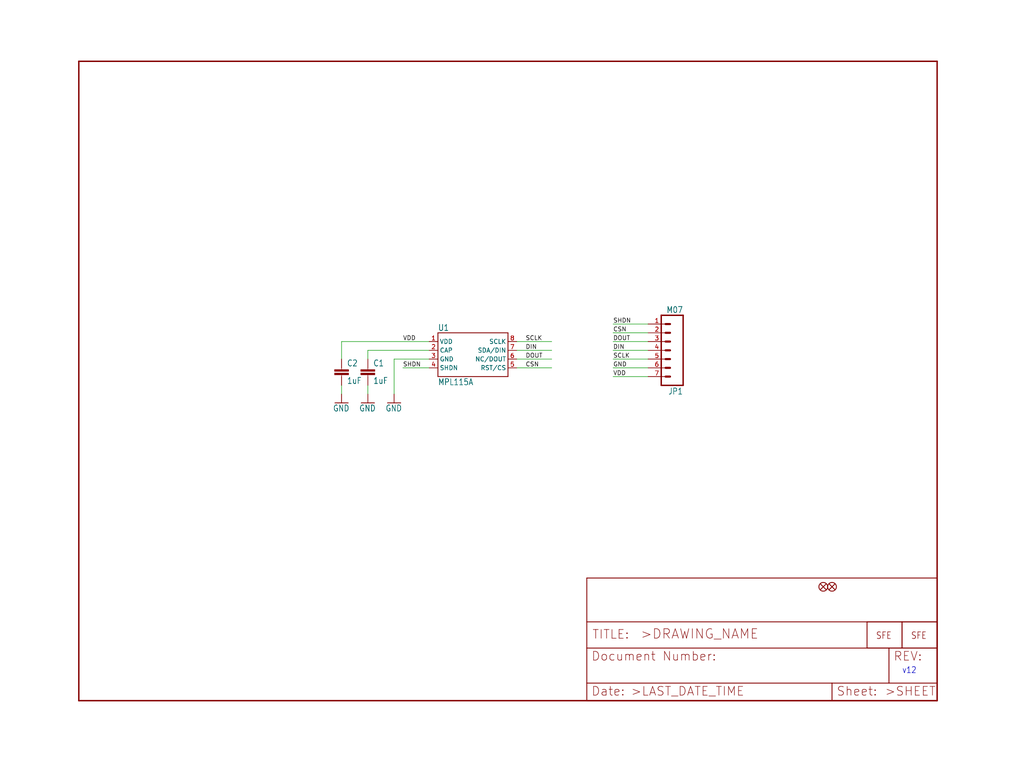
<source format=kicad_sch>
(kicad_sch (version 20211123) (generator eeschema)
  (paper "User" 297.002 223.926)
  (lib_symbols
    (symbol "schematicEagle-eagle-import:CAP0603-CAP"
      (property "Reference" "C" (at 1.524 2.921 0))
      (property "Value" "CAP0603-CAP" (at 1.524 -2.159 0))
      (symbol "CAP0603-CAP_1_0"
        (rectangle (start -2.032 0.508) (end 2.032 1.016) (fill (type outline)))
        (rectangle (start -2.032 1.524) (end 2.032 2.032) (fill (type outline)))
        (polyline (pts (xy 0 0) (xy 0 0.508)) (stroke (width 0.1524)))
        (polyline (pts (xy 0 2.54) (xy 0 2.032)) (stroke (width 0.1524)))
        (pin passive line (at 0 5.08 270) (length 2.54) (name "1") (number "1"))
        (pin passive line (at 0 -2.54 90) (length 2.54) (name "2") (number "2"))
      )
    )
    (symbol "schematicEagle-eagle-import:FIDUCIALUFIDUCIAL"
      (symbol "FIDUCIALUFIDUCIAL_1_0"
        (polyline (pts (xy -0.762 0.762) (xy 0.762 -0.762)) (stroke (width 0.254)))
        (polyline (pts (xy 0.762 0.762) (xy -0.762 -0.762)) (stroke (width 0.254)))
        (circle (center 0 0) (radius 1.27) (stroke (width 0.254)))
      )
    )
    (symbol "schematicEagle-eagle-import:FRAME-LETTER"
      (symbol "FRAME-LETTER_1_0"
        (polyline (pts (xy 0 0) (xy 248.92 0)) (stroke (width 0.4064)))
        (polyline (pts (xy 0 185.42) (xy 0 0)) (stroke (width 0.4064)))
        (polyline (pts (xy 0 185.42) (xy 248.92 185.42)) (stroke (width 0.4064)))
        (polyline (pts (xy 248.92 185.42) (xy 248.92 0)) (stroke (width 0.4064)))
      )
      (symbol "FRAME-LETTER_2_0"
        (polyline (pts (xy 0 0) (xy 0 5.08)) (stroke (width 0.254)))
        (polyline (pts (xy 0 0) (xy 71.12 0)) (stroke (width 0.254)))
        (polyline (pts (xy 0 5.08) (xy 0 15.24)) (stroke (width 0.254)))
        (polyline (pts (xy 0 5.08) (xy 71.12 5.08)) (stroke (width 0.254)))
        (polyline (pts (xy 0 15.24) (xy 0 22.86)) (stroke (width 0.254)))
        (polyline (pts (xy 0 22.86) (xy 0 35.56)) (stroke (width 0.254)))
        (polyline (pts (xy 0 22.86) (xy 101.6 22.86)) (stroke (width 0.254)))
        (polyline (pts (xy 71.12 0) (xy 101.6 0)) (stroke (width 0.254)))
        (polyline (pts (xy 71.12 5.08) (xy 71.12 0)) (stroke (width 0.254)))
        (polyline (pts (xy 71.12 5.08) (xy 87.63 5.08)) (stroke (width 0.254)))
        (polyline (pts (xy 87.63 5.08) (xy 101.6 5.08)) (stroke (width 0.254)))
        (polyline (pts (xy 87.63 15.24) (xy 0 15.24)) (stroke (width 0.254)))
        (polyline (pts (xy 87.63 15.24) (xy 87.63 5.08)) (stroke (width 0.254)))
        (polyline (pts (xy 101.6 5.08) (xy 101.6 0)) (stroke (width 0.254)))
        (polyline (pts (xy 101.6 15.24) (xy 87.63 15.24)) (stroke (width 0.254)))
        (polyline (pts (xy 101.6 15.24) (xy 101.6 5.08)) (stroke (width 0.254)))
        (polyline (pts (xy 101.6 22.86) (xy 101.6 15.24)) (stroke (width 0.254)))
        (polyline (pts (xy 101.6 35.56) (xy 0 35.56)) (stroke (width 0.254)))
        (polyline (pts (xy 101.6 35.56) (xy 101.6 22.86)) (stroke (width 0.254)))
        (text ">DRAWING_NAME" (at 15.494 17.78 0) (effects (font (size 2.7432 2.7432)) (justify left bottom)))
        (text ">LAST_DATE_TIME" (at 12.7 1.27 0) (effects (font (size 2.54 2.54)) (justify left bottom)))
        (text ">SHEET" (at 86.36 1.27 0) (effects (font (size 2.54 2.54)) (justify left bottom)))
        (text "Date:" (at 1.27 1.27 0) (effects (font (size 2.54 2.54)) (justify left bottom)))
        (text "Document Number:" (at 1.27 11.43 0) (effects (font (size 2.54 2.54)) (justify left bottom)))
        (text "REV:" (at 88.9 11.43 0) (effects (font (size 2.54 2.54)) (justify left bottom)))
        (text "Sheet:" (at 72.39 1.27 0) (effects (font (size 2.54 2.54)) (justify left bottom)))
        (text "TITLE:" (at 1.524 17.78 0) (effects (font (size 2.54 2.54)) (justify left bottom)))
      )
    )
    (symbol "schematicEagle-eagle-import:GND" (power)
      (property "Value" "GND" (at -2.54 -2.54 0))
      (symbol "GND_1_0"
        (polyline (pts (xy -1.905 0) (xy 1.905 0)) (stroke (width 0.254)))
        (pin power_in line (at 0 2.54 270) (length 2.54) (name "GND") (number "1"))
      )
    )
    (symbol "schematicEagle-eagle-import:LOGO-SFENW2"
      (symbol "LOGO-SFENW2_1_0"
        (polyline (pts (xy -2.54 -2.54) (xy 7.62 -2.54)) (stroke (width 0.254)))
        (polyline (pts (xy -2.54 5.08) (xy -2.54 -2.54)) (stroke (width 0.254)))
        (polyline (pts (xy 7.62 -2.54) (xy 7.62 5.08)) (stroke (width 0.254)))
        (polyline (pts (xy 7.62 5.08) (xy -2.54 5.08)) (stroke (width 0.254)))
        (text "SFE" (at 0 0 0) (effects (font (size 1.9304 1.6408)) (justify left bottom)))
      )
    )
    (symbol "schematicEagle-eagle-import:LOGO-SFESK"
      (symbol "LOGO-SFESK_1_0"
        (polyline (pts (xy -2.54 -2.54) (xy 7.62 -2.54)) (stroke (width 0.254)))
        (polyline (pts (xy -2.54 5.08) (xy -2.54 -2.54)) (stroke (width 0.254)))
        (polyline (pts (xy 7.62 -2.54) (xy 7.62 5.08)) (stroke (width 0.254)))
        (polyline (pts (xy 7.62 5.08) (xy -2.54 5.08)) (stroke (width 0.254)))
        (text "SFE" (at 0 0 0) (effects (font (size 1.9304 1.6408)) (justify left bottom)))
      )
    )
    (symbol "schematicEagle-eagle-import:M07"
      (property "Reference" "JP" (at -5.08 13.462 0))
      (property "Value" "M07" (at -5.08 -10.16 0))
      (symbol "M07_1_0"
        (polyline (pts (xy -5.08 12.7) (xy -5.08 -7.62)) (stroke (width 0.4064)))
        (polyline (pts (xy -5.08 12.7) (xy 1.27 12.7)) (stroke (width 0.4064)))
        (polyline (pts (xy -1.27 -5.08) (xy 0 -5.08)) (stroke (width 0.6096)))
        (polyline (pts (xy -1.27 -2.54) (xy 0 -2.54)) (stroke (width 0.6096)))
        (polyline (pts (xy -1.27 0) (xy 0 0)) (stroke (width 0.6096)))
        (polyline (pts (xy -1.27 2.54) (xy 0 2.54)) (stroke (width 0.6096)))
        (polyline (pts (xy -1.27 5.08) (xy 0 5.08)) (stroke (width 0.6096)))
        (polyline (pts (xy -1.27 7.62) (xy 0 7.62)) (stroke (width 0.6096)))
        (polyline (pts (xy -1.27 10.16) (xy 0 10.16)) (stroke (width 0.6096)))
        (polyline (pts (xy 1.27 -7.62) (xy -5.08 -7.62)) (stroke (width 0.4064)))
        (polyline (pts (xy 1.27 -7.62) (xy 1.27 12.7)) (stroke (width 0.4064)))
        (pin passive line (at 5.08 -5.08 180) (length 5.08) (name "1") (number "1"))
        (pin passive line (at 5.08 -2.54 180) (length 5.08) (name "2") (number "2"))
        (pin passive line (at 5.08 0 180) (length 5.08) (name "3") (number "3"))
        (pin passive line (at 5.08 2.54 180) (length 5.08) (name "4") (number "4"))
        (pin passive line (at 5.08 5.08 180) (length 5.08) (name "5") (number "5"))
        (pin passive line (at 5.08 7.62 180) (length 5.08) (name "6") (number "6"))
        (pin passive line (at 5.08 10.16 180) (length 5.08) (name "7") (number "7"))
      )
    )
    (symbol "schematicEagle-eagle-import:MPL115A"
      (property "Reference" "U" (at -10.16 5.588 0))
      (property "Value" "MPL115A" (at -10.16 -10.16 0))
      (symbol "MPL115A_1_0"
        (polyline (pts (xy -10.16 -7.62) (xy 10.16 -7.62)) (stroke (width 0.254)))
        (polyline (pts (xy -10.16 5.08) (xy -10.16 -7.62)) (stroke (width 0.254)))
        (polyline (pts (xy 10.16 -7.62) (xy 10.16 5.08)) (stroke (width 0.254)))
        (polyline (pts (xy 10.16 5.08) (xy -10.16 5.08)) (stroke (width 0.254)))
        (pin bidirectional line (at -12.7 2.54 0) (length 2.54) (name "VDD") (number "1"))
        (pin bidirectional line (at -12.7 0 0) (length 2.54) (name "CAP") (number "2"))
        (pin bidirectional line (at -12.7 -2.54 0) (length 2.54) (name "GND") (number "3"))
        (pin bidirectional line (at -12.7 -5.08 0) (length 2.54) (name "SHDN") (number "4"))
        (pin bidirectional line (at 12.7 -5.08 180) (length 2.54) (name "RST/CS") (number "5"))
        (pin bidirectional line (at 12.7 -2.54 180) (length 2.54) (name "NC/DOUT") (number "6"))
        (pin bidirectional line (at 12.7 0 180) (length 2.54) (name "SDA/DIN") (number "7"))
        (pin bidirectional line (at 12.7 2.54 180) (length 2.54) (name "SCLK") (number "8"))
      )
    )
  )
  (wire (pts (xy 149.86 104.14) (xy 160.02 104.14)))
  (wire (pts (xy 187.96 106.68) (xy 177.8 106.68)))
  (wire (pts (xy 187.96 104.14) (xy 177.8 104.14)))
  (wire (pts (xy 99.06 104.14) (xy 99.06 99.06)))
  (wire (pts (xy 106.68 114.3) (xy 106.68 111.76)))
  (wire (pts (xy 106.68 101.6) (xy 124.46 101.6)))
  (wire (pts (xy 124.46 104.14) (xy 114.3 104.14)))
  (wire (pts (xy 99.06 114.3) (xy 99.06 111.76)))
  (wire (pts (xy 187.96 96.52) (xy 177.8 96.52)))
  (wire (pts (xy 106.68 104.14) (xy 106.68 101.6)))
  (wire (pts (xy 187.96 99.06) (xy 177.8 99.06)))
  (wire (pts (xy 116.84 106.68) (xy 124.46 106.68)))
  (wire (pts (xy 187.96 101.6) (xy 177.8 101.6)))
  (wire (pts (xy 114.3 104.14) (xy 114.3 114.3)))
  (wire (pts (xy 149.86 106.68) (xy 160.02 106.68)))
  (wire (pts (xy 149.86 101.6) (xy 160.02 101.6)))
  (wire (pts (xy 99.06 99.06) (xy 124.46 99.06)))
  (wire (pts (xy 187.96 93.98) (xy 177.8 93.98)))
  (wire (pts (xy 149.86 99.06) (xy 160.02 99.06)))
  (wire (pts (xy 187.96 109.22) (xy 177.8 109.22)))
  (text "v12" (at 261.62 195.58 180) (effects (font (size 1.778 1.5113)) (justify left bottom)))
  (label "SCLK" (at 152.4 99.06 0) (effects (font (size 1.2446 1.2446))))
  (label "CSN" (at 152.4 106.68 0) (effects (font (size 1.2446 1.2446))))
  (label "SCLK" (at 177.8 104.14 0) (effects (font (size 1.2446 1.2446))))
  (label "CSN" (at 177.8 96.52 0) (effects (font (size 1.2446 1.2446))))
  (label "GND" (at 177.8 106.68 0) (effects (font (size 1.2446 1.2446))))
  (label "DOUT" (at 152.4 104.14 0) (effects (font (size 1.2446 1.2446))))
  (label "VDD" (at 177.8 109.22 0) (effects (font (size 1.2446 1.2446))))
  (label "SHDN" (at 116.84 106.68 0) (effects (font (size 1.2446 1.2446))))
  (label "DOUT" (at 177.8 99.06 0) (effects (font (size 1.2446 1.2446))))
  (label "SHDN" (at 177.8 93.98 0) (effects (font (size 1.2446 1.2446))))
  (label "DIN" (at 177.8 101.6 0) (effects (font (size 1.2446 1.2446))))
  (label "VDD" (at 116.84 99.06 0) (effects (font (size 1.2446 1.2446))))
  (label "DIN" (at 152.4 101.6 0) (effects (font (size 1.2446 1.2446))))
  (symbol (lib_id "schematicEagle-eagle-import:LOGO-SFESK") (at 264.16 185.42 0) (unit 1)
    (property "Reference" "JP2" (effects hide))
    (property "Value" "LOGO-SFESK" (effects hide))
    (property "Footprint" "schematicEagle:SFE-LOGO-FLAME" (effects hide))
  )
  (symbol (lib_id "schematicEagle-eagle-import:FRAME-LETTER") (at 22.86 203.2 0) (unit 1)
    (property "Reference" "#FRAME1" (effects hide))
    (property "Value" "FRAME-LETTER" (effects hide))
    (property "Footprint" "schematicEagle:" (effects hide))
  )
  (symbol (lib_id "schematicEagle-eagle-import:FIDUCIALUFIDUCIAL") (at 238.76 170.18 0) (unit 1)
    (property "Reference" "FID1" (effects hide))
    (property "Value" "FIDUCIALUFIDUCIAL" (effects hide))
    (property "Footprint" "schematicEagle:MICRO-FIDUCIAL" (effects hide))
  )
  (symbol (lib_id "schematicEagle-eagle-import:FIDUCIALUFIDUCIAL") (at 241.3 170.18 0) (unit 1)
    (property "Reference" "FID2" (effects hide))
    (property "Value" "FIDUCIALUFIDUCIAL" (effects hide))
    (property "Footprint" "schematicEagle:MICRO-FIDUCIAL" (effects hide))
  )
  (symbol (lib_id "schematicEagle-eagle-import:GND") (at 99.06 116.84 0) (unit 1)
    (property "Reference" "#GND2" (effects hide))
    (property "Value" "GND" (at 96.52 119.38 0) (effects (font (size 1.778 1.5113)) (justify left bottom)))
    (property "Footprint" "schematicEagle:" (effects hide))
  )
  (symbol (lib_id "schematicEagle-eagle-import:M07") (at 193.04 99.06 180) (unit 1)
    (property "Reference" "JP1" (at 198.12 112.522 0) (effects (font (size 1.778 1.5113)) (justify left bottom)))
    (property "Value" "M07" (at 198.12 88.9 0) (effects (font (size 1.778 1.5113)) (justify left bottom)))
    (property "Footprint" "schematicEagle:1X07" (effects hide))
  )
  (symbol (lib_id "schematicEagle-eagle-import:CAP0603-CAP") (at 106.68 109.22 0) (unit 1)
    (property "Reference" "C1" (at 108.204 106.299 0) (effects (font (size 1.778 1.5113)) (justify left bottom)))
    (property "Value" "1uF" (at 108.204 111.379 0) (effects (font (size 1.778 1.5113)) (justify left bottom)))
    (property "Footprint" "schematicEagle:0603-CAP" (effects hide))
  )
  (symbol (lib_id "schematicEagle-eagle-import:FRAME-LETTER") (at 170.18 203.2 0) (unit 2)
    (property "Reference" "#FRAME1" (effects hide))
    (property "Value" "FRAME-LETTER" (effects hide))
    (property "Footprint" "schematicEagle:" (effects hide))
  )
  (symbol (lib_id "schematicEagle-eagle-import:CAP0603-CAP") (at 99.06 109.22 0) (unit 1)
    (property "Reference" "C2" (at 100.584 106.299 0) (effects (font (size 1.778 1.5113)) (justify left bottom)))
    (property "Value" "1uF" (at 100.584 111.379 0) (effects (font (size 1.778 1.5113)) (justify left bottom)))
    (property "Footprint" "schematicEagle:0603-CAP" (effects hide))
  )
  (symbol (lib_id "schematicEagle-eagle-import:GND") (at 114.3 116.84 0) (unit 1)
    (property "Reference" "#GND4" (effects hide))
    (property "Value" "GND" (at 111.76 119.38 0) (effects (font (size 1.778 1.5113)) (justify left bottom)))
    (property "Footprint" "schematicEagle:" (effects hide))
  )
  (symbol (lib_id "schematicEagle-eagle-import:MPL115A") (at 137.16 101.6 0) (unit 1)
    (property "Reference" "U1" (at 127 96.012 0) (effects (font (size 1.778 1.5113)) (justify left bottom)))
    (property "Value" "MPL115A" (at 127 111.76 0) (effects (font (size 1.778 1.5113)) (justify left bottom)))
    (property "Footprint" "schematicEagle:LGA8" (effects hide))
  )
  (symbol (lib_id "schematicEagle-eagle-import:LOGO-SFENW2") (at 254 185.42 0) (unit 1)
    (property "Reference" "JP3" (effects hide))
    (property "Value" "LOGO-SFENW2" (effects hide))
    (property "Footprint" "schematicEagle:SFE-NEW-WEB" (effects hide))
  )
  (symbol (lib_id "schematicEagle-eagle-import:GND") (at 106.68 116.84 0) (unit 1)
    (property "Reference" "#GND1" (effects hide))
    (property "Value" "GND" (at 104.14 119.38 0) (effects (font (size 1.778 1.5113)) (justify left bottom)))
    (property "Footprint" "schematicEagle:" (effects hide))
  )
)
</source>
